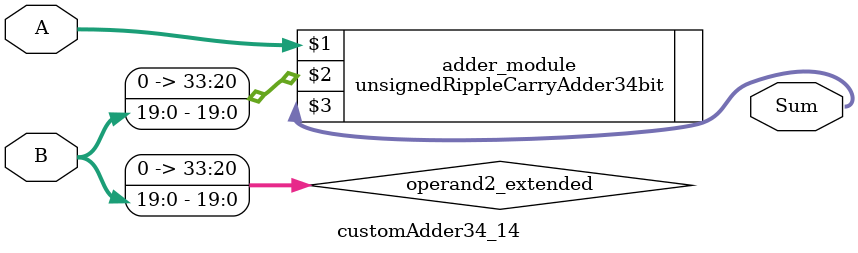
<source format=v>
module customAdder34_14(
                        input [33 : 0] A,
                        input [19 : 0] B,
                        
                        output [34 : 0] Sum
                );

        wire [33 : 0] operand2_extended;
        
        assign operand2_extended =  {14'b0, B};
        
        unsignedRippleCarryAdder34bit adder_module(
            A,
            operand2_extended,
            Sum
        );
        
        endmodule
        
</source>
